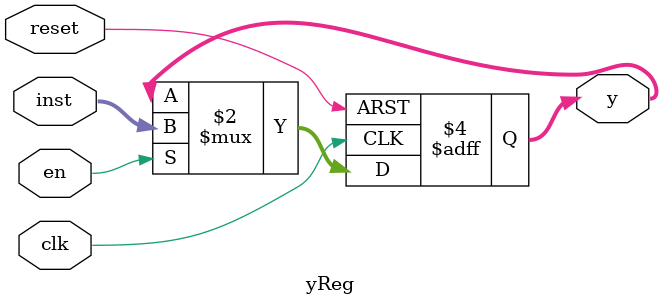
<source format=v>
module yReg(input[7:0] inst, input clk, reset, en, output reg [7:0] y);

	always@(posedge clk, posedge reset)
	begin
		if(reset)
			y <= 8'd0;
		else if(en)
			y<= inst;
	end
	
endmodule
</source>
